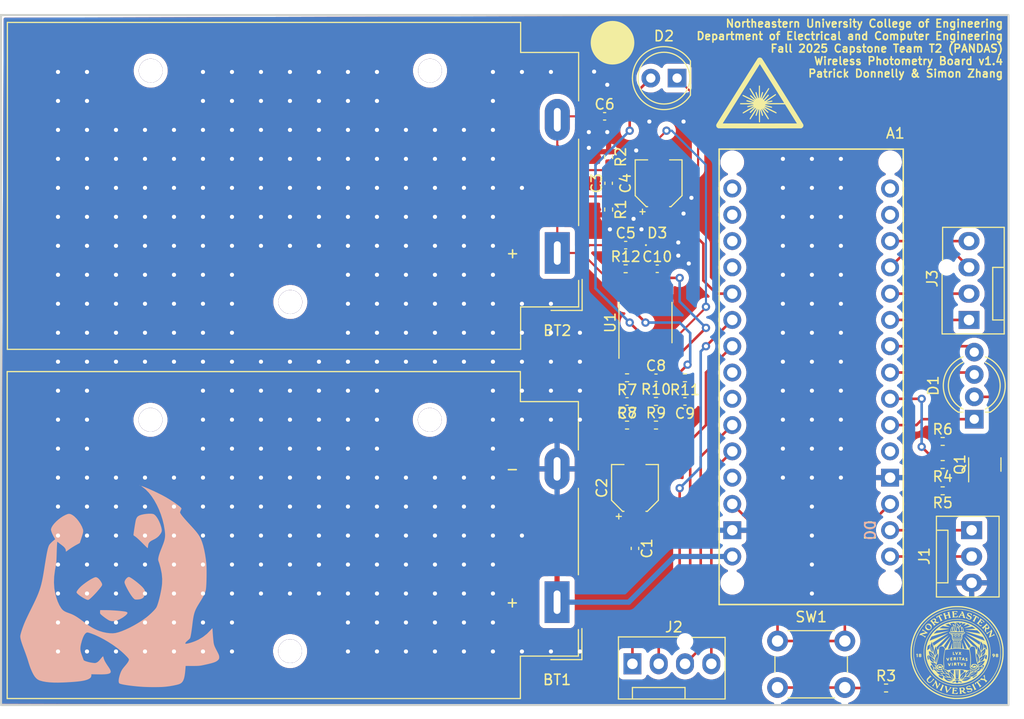
<source format=kicad_pcb>
(kicad_pcb (version 20241229) (generator "pcbnew") (generator_version "9.0")
  (layers (0 "F.Cu" signal) (2 "B.Cu" signal) (13 "F.Paste" user) (15 "B.Paste" user) (5 "F.SilkS" user "F.Silkscreen") (7 "B.SilkS" user "B.Silkscreen") (1 "F.Mask" user) (3 "B.Mask" user) (25 "Edge.Cuts" user))
  (net 0 "")
  (net 4 "Vout")
  (net 5 "Net-(J2-Pin_1)")
  (net 6 "Net-(J2-Pin_2)")
  (net 9 "Net-(J2-Pin_3)")
  (net 10 "Net-(J2-Pin_4)")
  (net 12 "Net-(A1-D0{slash}RX)")
  (net 13 "Net-(A1-D1{slash}TX)")
  (net 15 "Net-(D1-BA)")
  (net 16 "Net-(A1-PadD4)")
  (net 17 "Net-(D1-RA)")
  (net 18 "Net-(D1-GA)")
  (net 19 "Net-(J3-Pin_1)")
  (net 20 "Net-(J3-Pin_2)")
  (net 21 "Net-(J3-Pin_3)")
  (net 22 "Net-(J3-Pin_4)")
  (net 26 "GND")
  (net 27 "Net-(A1-RESET-PadRST1)")
  (net 28 "Net-(BT1-+)")
  (net 29 "V+")
  (net 30 "V-")
  (net 31 "Net-(D2-A)")
  (net 32 "Net-(C7-Pad2)")
  (net 33 "Net-(C8-Pad1)")
  (net 34 "Net-(C9-Pad1)")
  (net 35 "Net-(U1B--)")
  (net 36 "Net-(D1-K)")
  (net 37 "Net-(Q1-C)")
  (net 38 "Net-(Q1-E)")
  (net 39 "Net-(R11-Pad2)")
  (net 40 "Net-(R3-Pad1)")
  (footprint "Images:Laser Safety Sign" (layer "F.Cu") (at 176.53 69.088)
    (property "Reference" "G***" (hide yes))
    (property "Value" "LOGO" (hide yes))
  )
  (footprint "Connector:FanPinHeader_1x03_P2.54mm_Vertical" (layer "F.Cu") (at 196.984 111.371 -90)
    (property "Reference" "J1")
    (property "Value" "Conn_01x03_Pin")
  )
  (footprint "Package_TO_SOT_SMD:SOT-23" (layer "F.Cu") (at 198.254 105.021 90)
    (property "Reference" "Q1")
    (property "Value" "NPN")
  )
  (footprint "Capacitor_SMD:C_0402_1005Metric" (layer "F.Cu") (at 164.472 113.127 -90)
    (property "Reference" "C1")
    (property "Value" "100n")
  )
  (footprint "Resistor_SMD:R_0402_1005Metric" (layer "F.Cu") (at 161.932 80.383 -90)
    (property "Reference" "R1")
    (property "Value" "1M")
  )
  (footprint "LED_THT:LED_D5.0mm-4_RGB_Wide_Pins" (layer "F.Cu") (at 197.238 100.641 90)
    (property "Reference" "D1")
    (property "Value" "LED_RKGB")
  )
  (footprint "Capacitor_SMD:C_0402_1005Metric" (layer "F.Cu") (at 163.576 83.82)
    (property "Reference" "C5")
    (property "Value" "100n")
  )
  (footprint "Resistor_SMD:R_0402_1005Metric" (layer "F.Cu") (at 161.932 75.303 -90)
    (property "Reference" "R2")
    (property "Value" "1M")
  )
  (footprint "Capacitor_SMD:C_0402_1005Metric" (layer "F.Cu") (at 166.624 86.106)
    (property "Reference" "C10")
    (property "Value" "1u")
  )
  (footprint "Resistor_SMD:R_0402_1005Metric" (layer "F.Cu") (at 166.504 98.925)
    (property "Reference" "R10")
    (property "Value" "68k")
  )
  (footprint "Resistor_SMD:R_0402_1005Metric" (layer "F.Cu") (at 166.504 101.211)
    (property "Reference" "R9")
    (property "Value" "18k")
  )
  (footprint "Resistor_SMD:R_0402_1005Metric" (layer "F.Cu") (at 163.71 96.639 180)
    (property "Reference" "R7")
    (property "Value" "270k")
  )
  (footprint "LED_THT:LED_D5.0mm_FlatTop" (layer "F.Cu") (at 168.541 67.683 180)
    (property "Reference" "D2")
    (property "Value" "D_Photo")
  )
  (footprint "Images:Northeastern University Seal" (layer "F.Cu") (at 195.58 123.19)
    (property "Reference" "G***" (hide yes))
    (property "Value" "LOGO" (hide yes))
  )
  (footprint "Resistor_SMD:R_0402_1005Metric" (layer "F.Cu") (at 194.19 107.561 180)
    (property "Reference" "R5")
    (property "Value" "1M")
  )
  (footprint "Capacitor_SMD:CP_Elec_4x5.4" (layer "F.Cu") (at 166.758 77.843 90)
    (property "Reference" "C4")
    (property "Value" "10u")
  )
  (footprint "Resistor_SMD:R_0402_1005Metric" (layer "F.Cu") (at 169.298 96.639 180)
    (property "Reference" "R11")
    (property "Value" "27k")
  )
  (footprint "Button_Switch_THT:SW_PUSH_6mm" (layer "F.Cu") (at 178.24 122.075)
    (property "Reference" "SW1")
    (property "Value" "SW_Push_Dual")
  )
  (footprint "Resistor_SMD:R_0402_1005Metric" (layer "F.Cu") (at 163.71 101.211)
    (property "Reference" "R8")
    (property "Value" "18k")
  )
  (footprint "Resistor_SMD:R_0402_1005Metric" (layer "F.Cu") (at 163.576 86.106)
    (property "Reference" "R12")
    (property "Value" "10k")
  )
  (footprint "Connector:FanPinHeader_1x04_P2.54mm_Vertical" (layer "F.Cu") (at 164.228 124.279)
    (property "Reference" "J2")
    (property "Value" "Conn_01x04_Pin")
  )
  (footprint "Battery:BatteryHolder_MPD_BA9VPC_1xPP3" (layer "F.Cu") (at 156.95 118.323 180)
    (property "Reference" "BT1")
    (property "Value" "9V")
  )
  (footprint "Resistor_SMD:R_0402_1005Metric" (layer "F.Cu") (at 194.19 105.021 180)
    (property "Reference" "R4")
    (property "Value" "1M")
  )
  (footprint "Diode_SMD:D_0402_1005Metric" (layer "F.Cu") (at 166.624 83.82)
    (property "Reference" "D3")
    (property "Value" "3.3")
  )
  (footprint "Resistor_SMD:R_0402_1005Metric" (layer "F.Cu") (at 194.19 102.791)
    (property "Reference" "R6")
    (property "Value" "470")
  )
  (footprint "Capacitor_SMD:C_0402_1005Metric" (layer "F.Cu") (at 169.298 98.925 180)
    (property "Reference" "C9")
    (property "Value" "0.1u")
  )
  (footprint "Battery:BatteryHolder_MPD_BA9VPC_1xPP3" (layer "F.Cu") (at 156.972 84.582 180)
    (property "Reference" "BT2")
    (property "Value" "9V")
  )
  (footprint "Connector:FanPinHeader_1x04_P2.54mm_Vertical" (layer "F.Cu") (at 196.73 91.051 90)
    (property "Reference" "J3")
    (property "Value" "Conn_01x04_Pin")
  )
  (footprint "Capacitor_SMD:CP_Elec_4x5.4" (layer "F.Cu") (at 164.472 107.285 90)
    (property "Reference" "C2")
    (property "Value" "10u")
  )
  (footprint "Capacitor_SMD:C_0402_1005Metric" (layer "F.Cu") (at 163.71 98.925 180)
    (property "Reference" "C7")
    (property "Value" "0.01u")
  )
  (footprint "Resistor_SMD:R_0402_1005Metric" (layer "F.Cu") (at 188.722 126.617)
    (property "Reference" "R3")
    (property "Value" "10k")
  )
  (footprint "Package_SO:SOIC-8_3.9x4.9mm_P1.27mm" (layer "F.Cu") (at 165.488 91.305 90)
    (property "Reference" "U1")
    (property "Value" "TLV9062")
  )
  (footprint "PCM_arduino-library:Arduino_Nano_33_IoT_Socket" (layer "F.Cu") (at 181.49 74.541 180)
    (property "Reference" "A1")
    (property "Value" "Arduino_Nano_33_IoT_Socket")
  )
  (footprint "Capacitor_SMD:C_0402_1005Metric" (layer "F.Cu") (at 161.544 71.374)
    (property "Reference" "C6")
    (property "Value" "100n")
  )
  (footprint "Capacitor_SMD:C_0402_1005Metric" (layer "F.Cu") (at 166.504 96.639)
    (property "Reference" "C8")
    (property "Value" "1u")
  )
  (footprint "Capacitor_SMD:C_0402_1005Metric" (layer "F.Cu") (at 161.932 77.843 90)
    (property "Reference" "C3")
    (property "Value" "100n")
  )
  (footprint "LOGO" (layer "B.Cu") (at 115.1128 116.7384 180)
    (property "Reference" "G***" (hide yes))
    (property "Value" "LOGO" (hide yes))
  )
  (gr_circle (center 162.306 64.262) (end 164.338 64.262) (stroke (width 0.15)) (fill yes) (layer "F.SilkS"))
  (gr_rect (start 103.258 61.587) (end 200.54 128.262) (stroke (width 0.2)) (fill no) (layer "Edge.Cuts"))
  (gr_text "Northeastern University College of Engineering\nDepartment of Electrical and Computer Engineering\nFall 2025 Capstone Team T2 (PANDAS)\nWireless Photometry Board v1.4\nPatrick Donnelly & Simon Zhang" (at 200.1012 64.8208 0) (layer "F.SilkS") (effects (font (size 0.75 0.75) (thickness 0.15) (bold yes)) (justify right)))
  (segment (start 171.076 83.685) (end 171.076 87.241) (width 0.25) (layer "F.Cu") (net 4))
  (segment (start 171.076 87.241) (end 172.346 88.511) (width 0.25) (layer "F.Cu") (net 4))
  (segment (start 166.139 83.542) (end 167.52 82.161) (width 0.25) (layer "F.Cu") (net 4))
  (segment (start 163.896 86.106) (end 166.304 86.106) (width 0.25) (layer "F.Cu") (net 4))
  (segment (start 166.144 86.106) (end 166.144 83.825) (width 0.25) (layer "F.Cu") (net 4))
  (segment (start 166.139 83.82) (end 166.139 83.542) (width 0.25) (layer "F.Cu") (net 4))
  (segment (start 169.552 82.161) (end 171.076 83.685) (width 0.25) (layer "F.Cu") (net 4))
  (segment (start 172.346 88.511) (end 173.87 88.511) (width 0.25) (layer "F.Cu") (net 4))
  (segment (start 166.144 83.825) (end 166.139 83.82) (width 0.25) (layer "F.Cu") (net 4))
  (segment (start 167.52 82.161) (end 169.552 82.161) (width 0.25) (layer "F.Cu") (net 4))
  (segment (start 171.33 93.591) (end 173.87 91.051) (width 0.25) (layer "F.Cu") (net 5))
  (segment (start 168.79 107.307) (end 168.79 117.975) (width 0.25) (layer "F.Cu") (net 5))
  (segment (start 168.79 117.975) (end 164.228 122.537) (width 0.25) (layer "F.Cu") (net 5))
  (segment (start 164.228 122.537) (end 164.228 124.279) (width 0.25) (layer "F.Cu") (net 5))
  (via (at 171.33 93.591) (size 0.8) (drill 0.4) (layers "F.Cu" "B.Cu") (net 5))
  (via (at 168.79 107.307) (size 0.8) (drill 0.4) (layers "F.Cu" "B.Cu") (net 5))
  (segment (start 170.822 105.275) (end 170.822 94.099) (width 0.25) (layer "B.Cu") (net 5))
  (segment (start 168.79 107.307) (end 170.822 105.275) (width 0.25) (layer "B.Cu") (net 5))
  (segment (start 170.822 94.099) (end 171.33 93.591) (width 0.25) (layer "B.Cu") (net 5))
  (segment (start 166.768 122.537) (end 166.768 124.279) (width 0.25) (layer "F.Cu") (net 6))
  (segment (start 173.87 93.591) (end 171.33 96.131) (width 0.25) (layer "F.Cu") (net 6))
  (segment (start 169.806 102.735) (end 169.806 119.499) (width 0.25) (layer "F.Cu") (net 6))
  (segment (start 169.806 119.499) (end 166.768 122.537) (width 0.25) (layer "F.Cu") (net 6))
  (segment (start 171.33 101.211) (end 169.806 102.735) (width 0.25) (layer "F.Cu") (net 6))
  (segment (start 171.33 96.131) (end 171.33 101.211) (width 0.25) (layer "F.Cu") (net 6))
  (segment (start 170.822 122.765) (end 169.308 124.279) (width 0.25) (layer "F.Cu") (net 9))
  (segment (start 173.87 101.211) (end 170.822 104.259) (width 0.25) (layer "F.Cu") (net 9))
  (segment (start 170.822 104.259) (end 170.822 122.765) (width 0.25) (layer "F.Cu") (net 9))
  (segment (start 171.848 105.773) (end 173.87 103.751) (width 0.25) (layer "F.Cu") (net 10))
  (segment (start 171.848 124.279) (end 171.848 105.773) (width 0.25) (layer "F.Cu") (net 10))
  (segment (start 196.984 111.371) (end 189.11 111.371) (width 0.25) (layer "F.Cu") (net 12))
  (segment (start 189.11 113.911) (end 196.984 113.911) (width 0.25) (layer "F.Cu") (net 13))
  (segment (start 197.238 94.164) (end 196.665 93.591) (width 0.25) (layer "F.Cu") (net 15))
  (segment (start 196.665 93.591) (end 189.11 93.591) (width 0.25) (layer "F.Cu") (net 15))
  (segment (start 192.158 103.309) (end 193.87 105.021) (width 0.25) (layer "F.Cu") (net 16))
  (segment (start 192.158 98.671) (end 189.11 98.671) (width 0.25) (layer "F.Cu") (net 16))
  (via (at 192.158 103.309) (size 0.8) (drill 0.4) (layers "F.Cu" "B.Cu") (net 16))
  (via (at 192.158 98.671) (size 0.8) (drill 0.4) (layers "F.Cu" "B.Cu") (net 16))
  (segment (start 192.158 98.671) (end 192.158 103.309) (width 0.25) (layer "B.Cu") (net 16))
  (segment (start 197.238 100.641) (end 192.22 100.641) (width 0.25) (layer "F.Cu") (net 17))
  (segment (start 191.65 101.211) (end 189.11 101.211) (width 0.25) (layer "F.Cu") (net 17))
  (segment (start 192.22 100.641) (end 191.65 101.211) (width 0.25) (layer "F.Cu") (net 17))
  (segment (start 197.238 96.323) (end 197.046 96.131) (width 0.25) (layer "F.Cu") (net 18))
  (segment (start 197.046 96.131) (end 189.11 96.131) (width 0.25) (layer "F.Cu") (net 18))
  (segment (start 189.11 91.051) (end 196.73 91.051) (width 0.25) (layer "F.Cu") (net 19))
  (segment (start 189.11 88.511) (end 196.73 88.511) (width 0.25) (layer "F.Cu") (net 20))
  (segment (start 195.46 84.701) (end 196.73 85.971) (width 0.25) (layer "F.Cu") (net 21))
  (segment (start 190.38 84.701) (end 195.46 84.701) (width 0.25) (layer "F.Cu") (net 21))
  (segment (start 189.11 85.971) (end 190.38 84.701) (width 0.25) (layer "F.Cu") (net 21))
  (segment (start 189.11 83.431) (end 196.73 83.431) (width 0.25) (layer "F.Cu") (net 22))
  (segment (start 166.123 95.2805) (end 166.123 93.78) (width 0.25) (layer "F.Cu") (net 26))
  (segment (start 166.824 96.639) (end 166.824 95.9815) (width 0.25) (layer "F.Cu") (net 26))
  (segment (start 166.944 86.106) (end 166.944 83.82) (width 0.25) (layer "F.Cu") (net 26))
  (segment (start 164.056 83.017) (end 164.056 83.82) (width 0.25) (layer "F.Cu") (net 26))
  (segment (start 166.824 95.9815) (end 166.123 95.2805) (width 0.25) (layer "F.Cu") (net 26))
  (segment (start 161.932 80.893) (end 164.056 83.017) (width 0.25) (layer "F.Cu") (net 26))
  (via (at 128.358 69.887) (size 0.8) (drill 0.4) (layers "F.Cu" "B.Cu") (net 26))
  (via (at 145.158 89.487) (size 0.8) (drill 0.4) (layers "F.Cu" "B.Cu") (net 26))
  (via (at 111.558 97.887) (size 0.8) (drill 0.4) (layers "F.Cu" "B.Cu") (net 26))
  (via (at 133.958 109.087) (size 0.8) (drill 0.4) (layers "F.Cu" "B.Cu") (net 26))
  (via (at 136.758 106.287) (size 0.8) (drill 0.4) (layers "F.Cu" "B.Cu") (net 26))
  (via (at 133.958 103.487) (size 0.8) (drill 0.4) (layers "F.Cu" "B.Cu") (net 26))
  (via (at 114.358 109.087) (size 0.8) (drill 0.4) (layers "F.Cu" "B.Cu") (net 26))
  (via (at 136.758 120.287) (size 0.8) (drill 0.4) (layers "F.Cu" "B.Cu") (net 26))
  (via (at 150.758 86.687) (size 0.8) (drill 0.4) (layers "F.Cu" "B.Cu") (net 26))
  (via (at 128.358 67.087) (size 0.8) (drill 0.4) (layers "F.Cu" "B.Cu") (net 26))
  (via (at 131.158 95.087) (size 0.8) (drill 0.4) (layers "F.Cu" "B.Cu") (net 26))
  (via (at 125.558 69.887) (size 0.8) (drill 0.4) (layers "F.Cu" "B.Cu") (net 26))
  (via (at 142.358 83.887) (size 0.8) (drill 0.4) (layers "F.Cu" "B.Cu") (net 26))
  (via (at 108.758 117.487) (size 0.8) (drill 0.4) (layers "F.Cu" "B.Cu") (net 26))
  (via (at 119.958 111.887) (size 0.8) (drill 0.4) (layers "F.Cu" "B.Cu") (net 26))
  (via (at 119.958 72.687) (size 0.8) (drill 0.4) (layers "F.Cu" "B.Cu") (net 26))
  (via (at 128.358 75.487) (size 0.8) (drill 0.4) (layers "F.Cu" "B.Cu") (net 26))
  (via (at 142.358 106.287) (size 0.8) (drill 0.4) (layers "F.Cu" "B.Cu") (net 26))
  (via (at 136.758 78.287) (size 0.8) (drill 0.4) (layers "F.Cu" "B.Cu") (net 26))
  (via (at 128.358 111.887) (size 0.8) (drill 0.4) (layers "F.Cu" "B.Cu") (net 26))
  (via (at 181.558 75.487) (size 0.8) (drill 0.4) (layers "F.Cu" "B.Cu") (net 26))
  (via (at 184.358 97.887) (size 0.8) (drill 0.4) (layers "F.Cu" "B.Cu") (net 26))
  (via (at 122.758 103.487) (size 0.8) (drill 0.4) (layers "F.Cu" "B.Cu") (net 26))
  (via (at 131.158 100.687) (size 0.8) (drill 0.4) (layers "F.Cu" "B.Cu") (net 26))
  (via (at 178.758 75.487) (size 0.8) (drill 0.4) (layers "F.Cu" "B.Cu") (net 26))
  (via (at 122.758 78.287) (size 0.8) (drill 0.4) (layers "F.Cu" "B.Cu") (net 26))
  (via (at 133.958 78.287) (size 0.8) (drill 0.4) (layers "F.Cu" "B.Cu") (net 26))
  (via (at 181.558 97.887) (size 0.8) (drill 0.4) (layers "F.Cu" "B.Cu") (net 26))
  (via (at 181.558 83.887) (size 0.8) (drill 0.4) (layers "F.Cu" "B.Cu") (net 26))
  (via (at 117.158 92.287) (size 0.8) (drill 0.4) (layers "F.Cu" "B.Cu") (net 26))
  (via (at 147.958 81.087) (size 0.8) (drill 0.4) (layers "F.Cu" "B.Cu") (net 26))
  (via (at 114.358 72.687) (size 0.8) (drill 0.4) (layers "F.Cu" "B.Cu") (net 26))
  (via (at 108.758 69.887) (size 0.8) (drill 0.4) (layers "F.Cu" "B.Cu") (net 26))
  (via (at 114.358 78.287) (size 0.8) (drill 0.4) (layers "F.Cu" "B.Cu") (net 26))
  (via (at 150.758 103.487) (size 0.8) (drill 0.4) (layers "F.Cu" "B.Cu") (net 26))
  (via (at 147.958 114.687) (size 0.8) (drill 0.4) (layers "F.Cu" "B.Cu") (net 26))
  (via (at 181.558 95.087) (size 0.8) (drill 0.4) (layers "F.Cu" "B.Cu") (net 26))
  (via (at 117.158 81.087) (size 0.8) (drill 0.4) (layers "F.Cu" "B.Cu") (net 26))
  (via (at 128.358 81.087) (size 0.8) (drill 0.4) (layers "F.Cu" "B.Cu") (net 26))
  (via (at 117.158 75.487) (size 0.8) (drill 0.4) (layers "F.Cu" "B.Cu") (net 26))
  (via (at 111.558 114.687) (size 0.8) (drill 0.4) (layers "F.Cu" "B.Cu") (net 26))
  (via (at 139.558 120.287) (size 0.8) (drill 0.4) (layers "F.Cu" "B.Cu") (net 26))
  (via (at 119.958 114.687) (size 0.8) (drill 0.4) (layers "F.Cu" "B.Cu") (net 26))
  (via (at 139.558 103.487) (size 0.8) (drill 0.4) (layers "F.Cu" "B.Cu") (net 26))
  (via (at 178.758 100.687) (size 0.8) (drill 0.4) (layers "F.Cu" "B.Cu") (net 26))
  (via (at 133.958 95.087) (size 0.8) (drill 0.4) (layers "F.Cu" "B.Cu") (net 26))
  (via (at 147.958 123.087) (size 0.8) (drill 0.4) (layers "F.Cu" "B.Cu") (net 26))
  (via (at 114.358 123.087) (size 0.8) (drill 0.4) (layers "F.Cu" "B.Cu") (net 26))
  (via (at 122.758 72.687) (size 0.8) (drill 0.4) (layers "F.Cu" "B.Cu") (net 26))
  (via (at 142.358 117.487) (size 0.8) (drill 0.4) (layers "F.Cu" "B.Cu") (net 26))
  (via (at 162.052 82.296) (size 0.8) (drill 0.4) (layers "F.Cu" "B.Cu") (net 26))
  (via (at 125.558 103.487) (size 0.8) (drill 0.4) (layers "F.Cu" "B.Cu") (net 26))
  (via (at 128.358 95.087) (size 0.8) (drill 0.4) (layers "F.Cu" "B.Cu") (net 26))
  (via (at 117.158 111.887) (size 0.8) (drill 0.4) (layers "F.Cu" "B.Cu") (net 26))
  (via (at 114.358 86.687) (size 0.8) (drill 0.4) (layers "F.Cu" "B.Cu") (net 26))
  (via (at 153.558 67.087) (size 0.8) (drill 0.4) (layers "F.Cu" "B.Cu") (net 26))
  (via (at 161.798 68.326) (size 0.8) (drill 0.4) (layers "F.Cu" "B.Cu") (net 26))
  (via (at 131.158 83.887) (size 0.8) (drill 0.4) (layers "F.Cu" "B.Cu") (net 26))
  (via (at 147.958 106.287) (size 0.8) (drill 0.4) (layers "F.Cu" "B.Cu") (net 26))
  (via (at 178.758 97.887) (size 0.8) (drill 0.4) (layers "F.Cu" "B.Cu") (net 26))
  (via (at 160.02 74.422) (size 0.8) (drill 0.4) (layers "F.Cu" "B.Cu") (net 26))
  (via (at 131.158 97.887) (size 0.8) (drill 0.4) (layers "F.Cu" "B.Cu") (net 26))
  (via (at 111.558 81.087) (size 0.8) (drill 0.4) (layers "F.Cu" "B.Cu") (net 26))
  (via (at 108.758 114.687) (size 0.8) (drill 0.4) (layers "F.Cu" "B.Cu") (net 26))
  (via (at 145.158 114.687) (size 0.8) (drill 0.4) (layers "F.Cu" "B.Cu") (net 26))
  (via (at 169.672 85.598) (size 0.8) (drill 0.4) (layers "F.Cu" "B.Cu") (net 26))
  (via (at 128.358 83.887) (size 0.8) (drill 0.4) (layers "F.Cu" "B.Cu") (net 26))
  (via (at 181.558 92.287) (size 0.8) (drill 0.4) (layers "F.Cu" "B.Cu") (net 26))
  (via (at 136.758 97.887) (size 0.8) (drill 0.4) (layers "F.Cu" "B.Cu") (net 26))
  (via (at 111.558 69.887) (size 0.8) (drill 0.4) (layers "F.Cu" "B.Cu") (net 26))
  (via (at 122.758 83.887) (size 0.8) (drill 0.4) (layers "F.Cu" "B.Cu") (net 26))
  (via (at 150.758 69.887) (size 0.8) (drill 0.4) (layers "F.Cu" "B.Cu") (net 26))
  (via (at 181.558 111.887) (size 0.8) (drill 0.4) (layers "F.Cu" "B.Cu") (net 26))
  (via (at 133.958 75.487) (size 0.8) (drill 0.4) (layers "F.Cu" "B.Cu") (net 26))
  (via (at 133.958 97.887) (size 0.8) (drill 0.4) (layers "F.Cu" "B.Cu") (net 26))
  (via (at 139.558 114.687) (size 0.8) (drill 0.4) (layers "F.Cu" "B.Cu") (net 26))
  (via (at 165.1 82.296) (size 0.8) (drill 0.4) (layers "F.Cu" "B.Cu") (net 26))
  (via (at 128.358 100.687) (size 0.8) (drill 0.4) (layers "F.Cu" "B.Cu") (net 26))
  (via (at 161.798 72.898) (size 0.8) (drill 0.4) (layers "F.Cu" "B.Cu") (net 26))
  (via (at 139.558 86.687) (size 0.8) (drill 0.4) (layers "F.Cu" "B.Cu") (net 26))
  (via (at 150.758 92.287) (size 0.8) (drill 0.4) (layers "F.Cu" "B.Cu") (net 26))
  (via (at 136.758 114.687) (size 0.8) (drill 0.4) (layers "F.Cu" "B.Cu") (net 26))
  (via (at 108.758 111.887) (size 0.8) (drill 0.4) (layers "F.Cu" "B.Cu") (net 26))
  (via (at 169.164 71.882) (size 0.8) (drill 0.4) (layers "F.Cu" "B.Cu") (net 26))
  (via (at 131.158 103.487) (size 0.8) (drill 0.4) (layers "F.Cu" "B.Cu") (net 26))
  (via (at 128.358 103.487) (size 0.8) (drill 0.4) (layers "F.Cu" "B.Cu") (net 26))
  (via (at 117.158 72.687) (size 0.8) (drill 0.4) (layers "F.Cu" "B.Cu") (net 26))
  (via (at 139.558 78.287) (size 0.8) (drill 0.4) (layers "F.Cu" "B.Cu") (net 26))
  (via (at 156.358 89.487) (size 0.8) (drill 0.4) (layers "F.Cu" "B.Cu") (net 26))
  (via (at 136.758 83.887) (size 0.8) (drill 0.4) (layers "F.Cu" "B.Cu") (net 26))
  (via (at 122.758 69.887) (size 0.8) (drill 0.4) (layers "F.Cu" "B.Cu") (net 26))
  (via (at 119.958 83.887) (size 0.8) (drill 0.4) (layers "F.Cu" "B.Cu") (net 26))
  (via (at 139.558 97.887) (size 0.8) (drill 0.4) (layers "F.Cu" "B.Cu") (net 26))
  (via (at 122.758 100.687) (size 0.8) (drill 0.4) (layers "F.Cu" "B.Cu") (net 26))
  (via (at 139.558 89.487) (size 0.8) (drill 0.4) (layers "F.Cu" "B.Cu") (net 26))
  (via (at 108.758 83.887) (size 0.8) (drill 0.4) (layers "F.Cu" "B.Cu") (net 26))
  (via (at 111.558 89.487) (size 0.8) (drill 0.4) (layers "F.Cu" "B.Cu") (net 26))
  (via (at 164.592 74.676) (size 0.8) (drill 0.4) (layers "F.Cu" "B.Cu") (net 26))
  (via (at 184.358 100.687) (size 0.8) (drill 0.4) (layers "F.Cu" "B.Cu") (net 26))
  (via (at 139.558 81.087) (size 0.8) (drill 0.4) (layers "F.Cu" "B.Cu") (net 26))
  (via (at 128.358 106.287) (size 0.8) (drill 0.4) (layers "F.Cu" "B.Cu") (net 26))
  (via (at 142.358 75.487) (size 0.8) (drill 0.4) (layers "F.Cu" "B.Cu") (net 26))
  (via (at 117.158 95.087) (size 0.8) (drill 0.4) (layers "F.Cu" "B.Cu") (net 26))
  (via (at 136.758 72.687) (size 0.8) (drill 0.4) (layers "F.Cu" "B.Cu") (net 26))
  (via (at 122.758 109.087) (size 0.8) (drill 0.4) (layers "F.Cu" "B.Cu") (net 26))
  (via (at 168.656 83.566) (size 0.8) (drill 0.4) (layers "F.Cu" "B.Cu") (net 26))
  (via (at 122.758 92.287) (size 0.8) (drill 0.4) (layers "F.Cu" "B.Cu") (net 26))
  (via (at 145.158 120.287) (size 0.8) (drill 0.4) (layers "F.Cu" "B.Cu") (net 26))
  (via (at 125.558 67.087) (size 0.8) (drill 0.4) (layers "F.Cu" "B.Cu") (net 26))
  (via (at 108.758 106.287) (size 0.8) (drill 0.4) (layers "F.Cu" "B.Cu") (net 26))
  (via (at 159.158 123.087) (size 0.8) (drill 0.4) (layers "F.Cu" "B.Cu") (net 26))
  (via (at 184.358 89.487) (size 0.8) (drill 0.4) (layers "F.Cu" "B.Cu") (net 26))
  (via (at 159.158 100.687) (size 0.8) (drill 0.4) (layers "F.Cu" "B.Cu") (net 26))
  (via (at 136.758 103.487) (size 0.8) (drill 0.4) (layers "F.Cu" "B.Cu") (net 26))
  (via (at 178.758 83.887) (size 0.8) (drill 0.4) (layers "F.Cu" "B.Cu") (net 26))
  (via (at 133.958 67.087) (size 0.8) (drill 0.4) (layers "F.Cu" "B.Cu") (net 26))
  (via (at 147.958 111.887) (size 0.8) (drill 0.4) (layers "F.Cu" "B.Cu") (net 26))
  (via (at 178.758 89.487) (size 0.8) (drill 0.4) (layers "F.Cu" "B.Cu") (net 26))
  (via (at 122.758 86.687) (size 0.8) (drill 0.4) (layers "F.Cu" "B.Cu") (net 26))
  (via (at 181.558 109.087) (size 0.8) (drill 0.4) (layers "F.Cu" "B.Cu") (net 26))
  (via (at 108.758 123.087) (size 0.8) (drill 0.4) (layers "F.Cu" "B.Cu") (net 26))
  (via (at 125.558 100.687) (size 0.8) (drill 0.4) (layers "F.Cu" "B.Cu") (net 26))
  (via (at 119.958 106.287) (size 0.8) (drill 0.4) (layers "F.Cu" "B.Cu") (net 26))
  (via (at 108.758 97.887) (size 0.8) (drill 0.4) (layers "F.Cu" "B.Cu") (net 26))
  (via (at 131.158 111.887) (size 0.8) (drill 0.4) (layers "F.Cu" "B.Cu") (net 26))
  (via (at 125.558 92.287) (size 0.8) (drill 0.4) (layers "F.Cu" "B.Cu") (net 26))
  (via (at 108.758 89.487) (size 0.8) (drill 0.4) (layers "F.Cu" "B.Cu") (net 26))
  (via (at 147.958 120.287) (size 0.8) (drill 0.4) (layers "F.Cu" "B.Cu") (net 26))
  (via (at 150.758 123.087) (size 0.8) (drill 0.4) (layers "F.Cu" "B.Cu") (net 26))
  (via (at 122.758 95.087) (size 0.8) (drill 0.4) (layers "F.Cu" "B.Cu") (net 26))
  (via (at 111.558 109.087) (size 0.8) (drill 0.4) (layers "F.Cu" "B.Cu") (net 26))
  (via (at 145.158 117.487) (size 0.8) (drill 0.4) (layers "F.Cu" "B.Cu") (net 26))
  (via (at 139.558 109.087) (size 0.8) (drill 0.4) (layers "F.Cu" "B.Cu") (net 26))
  (via (at 111.558 83.887) (size 0.8) (drill 0.4) (layers "F.Cu" "B.Cu") (net 26))
  (via (at 156.358 92.287) (size 0.8) (drill 0.4) (layers "F.Cu" "B.Cu") (net 26))
  (via (at 122.758 81.087) (size 0.8) (drill 0.4) (layers "F.Cu" "B.Cu") (net 26))
  (via (at 184.358 92.287) (size 0.8) (drill 0.4) (layers "F.Cu" "B.Cu") (net 26))
  (via (at 150.758 97.887) (size 0.8) (drill 0.4) (layers "F.Cu" "B.Cu") (net 26))
  (via (at 142.358 72.687) (size 0.8) (drill 0.4) (layers "F.Cu" "B.Cu") (net 26))
  (via (at 108.758 67.087) (size 0.8) (drill 0.4) (layers "F.Cu" "B.Cu") (net 26))
  (via (at 150.758 109.087) (size 0.8) (drill 0.4) (layers "F.Cu" "B.Cu") (net 26))
  (via (at 178.758 86.687) (size 0.8) (drill 0.4) (layers "F.Cu" "B.Cu") (net 26))
  (via (at 184.358 75.487) (size 0.8) (drill 0.4) (layers "F.Cu" "B.Cu") (net 26))
  (via (at 114.358 106.287) (size 0.8) (drill 0.4) (layers "F.Cu" "B.Cu") (net 26))
  (via (at 117.158 89.487) (size 0.8) (drill 0.4) (layers "F.Cu" "B.Cu") (net 26))
  (via (at 117.158 114.687) (size 0.8) (drill 0.4) (layers "F.Cu" "B.Cu") (net 26))
  (via (at 150.758 117.487) (size 0.8) (drill 0.4) (layers "F.Cu" "B.Cu") (net 26))
  (via (at 145.158 92.287) (size 0.8) (drill 0.4) (layers "F.Cu" "B.Cu") (net 26))
  (via (at 119.958 89.487) (size 0.8) (drill 0.4) (layers "F.Cu" "B.Cu") (net 26))
  (via (at 122.758 117.487) (size 0.8) (drill 0.4) (layers "F.Cu" "B.Cu") (net 26))
  (via (at 131.158 72.687) (size 0.8) (drill 0.4) (layers "F.Cu" "B.Cu") (net 26))
  (via (at 142.358 78.287) (size 0.8) (drill 0.4) (layers "F.Cu" "B.Cu") (net 26))
  (via (at 111.558 103.487) (size 0.8) (drill 0.4) (layers "F.Cu" "B.Cu") (net 26))
  (via (at 119.958 109.087) (size 0.8) (drill 0.4) (layers "F.Cu" "B.Cu") (net 26))
  (via (at 131.158 109.087) (size 0.8) (drill 0.4) (layers "F.Cu" "B.Cu") (net 26))
  (via (at 178.758 78.287) (size 0.8) (drill 0.4) (layers "F.Cu" "B.Cu") (net 26))
  (via (at 178.758 95.087) (size 0.8) (drill 0.4) (layers "F.Cu" "B.Cu") (net 26))
  (via (at 125.558 89.487) (size 0.8) (drill 0.4) (layers "F.Cu" "B.Cu") (net 26))
  (via (at 181.558 106.287) (size 0.8) (drill 0.4) (layers "F.Cu" "B.Cu") (net 26))
  (via (at 145.158 95.087) (size 0.8) (drill 0.4) (layers "F.Cu" "B.Cu") (net 26))
  (via (at 184.358 83.887) (size 0.8) (drill 0.4) (layers "F.Cu" "B.Cu") (net 26))
  (via (at 139.558 67.087) (size 0.8) (drill 0.4) (layers "F.Cu" "B.Cu") (net 26))
  (via (at 122.758 67.087) (size 0.8) (drill 0.4) (layers "F.Cu" "B.Cu") (net 26))
  (via (at 145.158 86.687) (size 0.8) (drill 0.4) (layers "F.Cu" "B.Cu") (net 26))
  (via (at 156.358 95.087) (size 0.8) (drill 0.4) (layers "F.Cu" "B.Cu") (net 26))
  (via (at 156.358 100.687) (size 0.8) (drill 0.4) (layers "F.Cu" "B.Cu") (net 26))
  (via (at 131.158 69.887) (size 0.8) (drill 0.4) (layers "F.Cu" "B.Cu") (net 26))
  (via (at 139.558 69.887) (size 0.8) (drill 0.4) (layers "F.Cu" "B.Cu") (net 26))
  (via (at 119.958 78.287) (size 0.8) (drill 0.4) (layers "F.Cu" "B.Cu") (net 26))
  (via (at 133.958 111.887) (size 0.8) (drill 0.4) (layers "F.Cu" "B.Cu") (net 26))
  (via (at 117.158 78.287) (size 0.8) (drill 0.4) (layers "F.Cu" "B.Cu") (net 26))
  (via (at 145.158 123.087) (size 0.8) (drill 0.4) (layers "F.Cu" "B.Cu") (net 26))
  (via (at 122.758 123.087) (size 0.8) (drill 0.4) (layers "F.Cu" "B.Cu") (net 26))
  (via (at 181.558 103.487) (size 0.8) (drill 0.4) (layers "F.Cu" "B.Cu") (net 26))
  (via (at 153.558 111.887) (size 0.8) (drill 0.4) (layers "F.Cu" "B.Cu") (net 26))
  (via (at 169.926 79.248) (size 0.8) (drill 0.4) (layers "F.Cu" "B.Cu") (net 26))
  (via (at 133.958 69.887) (size 0.8) (drill 0.4) (layers "F.Cu" "B.Cu") (net 26))
  (via (at 114.358 89.487) (size 0.8) (drill 0.4) (layers "F.Cu" "B.Cu") (net 26))
  (via (at 139.558 83.887) (size 0.8) (drill 0.4) (layers "F.Cu" "B.Cu") (net 26))
  (via (at 142.358 92.287) (size 0.8) (drill 0.4) (layers "F.Cu" "B.Cu") (net 26))
  (via (at 136.758 117.487) (size 0.8) (drill 0.4) (layers "F.Cu" "B.Cu") (net 26))
  (via (at 128.358 117.487) (size 0.8) (drill 0.4) (layers "F.Cu" "B.Cu") (net 26))
  (via (at 139.558 106.287) (size 0.8) (drill 0.4) (layers "F.Cu" "B.Cu") (net 26))
  (via (at 142.358 81.087) (size 0.8) (drill 0.4) (layers "F.Cu" "B.Cu") (net 26))
  (via (at 125.558 97.887) (size 0.8) (drill 0.4) (layers "F.Cu" "B.Cu") (net 26))
  (via (at 111.558 75.487) (size 0.8) (drill 0.4) (layers "F.Cu" "B.Cu") (net 26))
  (via (at 142.358 114.687) (size 0.8) (drill 0.4) (layers "F.Cu" "B.Cu") (net 26))
  (via (at 150.758 72.687) (size 0.8) (drill 0.4) (layers "F.Cu" "B.Cu") (net 26))
  (via (at 150.758 89.487) (size 0.8) (drill 0.4) (layers "F.Cu" "B.Cu") (net 26))
  (via (at 122.758 120.287) (size 0.8) (drill 0.4) (layers "F.Cu" "B.Cu") (net 26))
  (via (at 184.358 95.087) (size 0.8) (drill 0.4) (layers "F.Cu" "B.Cu") (net 26))
  (via (at 131.158 81.087) (size 0.8) (drill 0.4) (layers "F.Cu" "B.Cu") (net 26))
  (via (at 150.758 95.087) (size 0.8) (drill 0.4) (layers "F.Cu" "B.Cu") (net 26))
  (via (at 136.758 86.687) (size 0.8) (drill 0.4) (layers "F.Cu" "B.Cu") (net 26))
  (via (at 133.958 117.487) (size 0.8) (drill 0.4) (layers "F.Cu" "B.Cu") (net 26))
  (via (at 150.758 120.287) (size 0.8) (drill 0.4) (layers "F.Cu" "B.Cu") (net 26))
  (via (at 111.558 117.487) (size 0.8) (drill 0.4) (layers "F.Cu" "B.Cu") (net 26))
  (via (at 139.558 92.287) (size 0.8) (drill 0.4) (layers "F.Cu" "B.Cu") (net 26))
  (via (at 131.158 117.487) (size 0.8) (drill 0.4) (layers "F.Cu" "B.Cu") (net 26))
  (via (at 111.558 100.687) (size 0.8) (drill 0.4) (layers "F.Cu" "B.Cu") (net 26))
  (via (at 111.558 95.087) (size 0.8) (drill 0.4) (layers "F.Cu" "B.Cu") (net 26))
  (via (at 117.158 117.487) (size 0.8) (drill 0.4) (layers "F.Cu" "B.Cu") (net 26))
  (via (at 181.558 100.687) (size 0.8) (drill 0.4) (layers "F.Cu" "B.Cu") (net 26))
  (via (at 181.558 86.687) (size 0.8) (drill 0.4) (layers "F.Cu" "B.Cu") (net 26))
  (via (at 147.958 92.287) (size 0.8) (drill 0.4) (layers "F.Cu" "B.Cu") (net 26))
  (via (at 108.758 120.287) (size 0.8) (drill 0.4) (layers "F.Cu" "B.Cu") (net 26))
  (via (at 119.958 95.087) (size 0.8) (drill 0.4) (layers "F.Cu" "B.Cu") (net 26))
  (via (at 150.758 100.687) (size 0.8) (drill 0.4) (layers "F.Cu" "B.Cu") (net 26))
  (via (at 114.358 114.687) (size 0.8) (drill 0.4) (layers "F.Cu" "B.Cu") (net 26))
  (via (at 117.158 120.287) (size 0.8) (drill 0.4) (layers "F.Cu" "B.Cu") (net 26))
  (via (at 131.158 114.687) (size 0.8) (drill 0.4) (layers "F.Cu" "B.Cu") (net 26))
  (via (at 122.758 75.487) (size 0.8) (drill 0.4) (layers "F.Cu" "B.Cu") (net 26))
  (via (at 139.558 111.887) (size 0.8) (drill 0.4) (layers "F.Cu" "B.Cu") (net 26))
  (via (at 136.758 81.087) (size 0.8) (drill 0.4) (layers "F.Cu" "B.Cu") (net 26))
  (via (at 150.758 67.087) (size 0.8) (drill 0.4) (layers "F.Cu" "B.Cu") (net 26))
  (via (at 136.758 75.487) (size 0.8) (drill 0.4) (layers "F.Cu" "B.Cu") (net 26))
  (via (at 147.958 83.887) (size 0.8) (drill 0.4) (layers "F.Cu" "B.Cu") (net 26))
  (via (at 145.158 81.087) (size 0.8) (drill 0.4) (layers "F.Cu" "B.Cu") (net 26))
  (via (at 145.158 72.687) (size 0.8) (drill 0.4) (layers "F.Cu" "B.Cu") (net 26))
  (via (at 108.758 78.287) (size 0.8) (drill 0.4) (layers "F.Cu" "B.Cu") (net 26))
  (via (at 108.758 103.487) (size 0.8) (drill 0.4) (layers "F.Cu" "B.Cu") (net 26))
  (via (at 108.758 100.687) (size 0.8) (drill 0.4) (layers "F.Cu" "B.Cu") (net 26))
  (via (at 133.958 81.087) (size 0.8) (drill 0.4) (layers "F.Cu" "B.Cu") (net 26))
  (via (at 108.758 95.087) (size 0.8) (drill 0.4) (layers "F.Cu" "B.Cu") (net 26))
  (via (at 142.358 123.087) (size 0.8) (drill 0.4) (layers "F.Cu" "B.Cu") (net 26))
  (via (at 125.558 120.287) (size 0.8) (drill 0.4) (layers "F.Cu" "B.Cu") (net 26))
  (via (at 111.558 92.287) (size 0.8) (drill 0.4) (layers "F.Cu" "B.Cu") (net 26))
  (via (at 147.958 72.687) (size 0.8) (drill 0.4) (layers "F.Cu" "B.Cu") (net 26))
  (via (at 117.158 83.887) (size 0.8) (drill 0.4) (layers "F.Cu" "B.Cu") (net 26))
  (via (at 108.758 92.287) (size 0.8) (drill 0.4) (layers "F.Cu" "B.Cu") (net 26))
  (via (at 156.358 67.087) (size 0.8) (drill 0.4) (layers "F.Cu" "B.Cu") (net 26))
  (via (at 128.358 114.687) (size 0.8) (drill 0.4) (layers "F.Cu" "B.Cu") (net 26))
  (via (at 117.158 109.087) (size 0.8) (drill 0.4) (layers "F.Cu" "B.Cu") (net 26))
  (via (at 178.758 106.287) (size 0.8) (drill 0.4) (layers "F.Cu" "B.Cu") (net 26))
  (via (at 159.158 97.887) (size 0.8) (drill 0.4) (layers "F.Cu" "B.Cu") (net 26))
  (via (at 184.358 103.487) (size 0.8) (drill 0.4) (layers "F.Cu" "B.Cu") (net 26))
  (via (at 147.958 89.487) (size 0.8) (drill 0.4) (layers "F.Cu" "B.Cu") (net 26))
  (via (at 122.758 97.887) (size 0.8) (drill 0.4) (layers "F.Cu" "B.Cu") (net 26))
  (via (at 108.758 75.487) (size 0.8) (drill 0.4) (layers "F.Cu" "B.Cu") (net 26))
  (via (at 125.558 114.687) (size 0.8) (drill 0.4) (layers "F.Cu" "B.Cu") (net 26))
  (via (at 125.558 106.287) (size 0.8) (drill 0.4) (layers "F.Cu" "B.Cu") (net 26))
  (via (at 150.758 81.087) (size 0.8) (drill 0.4) (layers "F.Cu" "B.Cu") (net 26))
  (via (at 147.958 86.687) (size 0.8) (drill 0.4) (layers "F.Cu" "B.Cu") (net 26))
  (via (at 131.158 67.087) (size 0.8) (drill 0.4) (layers "F.Cu" "B.Cu") (net 26))
  (via (at 111.558 123.087) (size 0.8) (drill 0.4) (layers "F.Cu" "B.Cu") (net 26))
  (via (at 119.958 86.687) (size 0.8) (drill 0.4) (layers "F.Cu" "B.Cu") (net 26))
  (via (at 147.958 117.487) (size 0.8) (drill 0.4) (layers "F.Cu" "B.Cu") (net 26))
  (via (at 153.558 78.287) (size 0.8) (drill 0.4) (layers "F.Cu" "B.Cu") (net 26))
  (via (at 128.358 97.887) (size 0.8) (drill 0.4) (layers "F.Cu" "B.Cu") (net 26))
  (via (at 125.558 81.087) (size 0.8) (drill 0.4) (layers "F.Cu" "B.Cu") (net 26))
  (via (at 147.958 75.487) (size 0.8) (drill 0.4) (layers "F.Cu" "B.Cu") (net 26))
  (via (at 111.558 86.687) (size 0.8) (drill 0.4) (layers "F.Cu" "B.Cu") (net 26))
  (via (at 133.958 100.687) (size 0.8) (drill 0.4) (layers "F.Cu" "B.Cu") (net 26))
  (via (at 114.358 75.487) (size 0.8) (drill 0.4) (layers "F.Cu" "B.Cu") (net 26))
  (via (at 122.758 114.687) (size 0.8) (drill 0.4) (layers "F.Cu" "B.Cu") (net 26))
  (via (at 114.358 117.487) (size 0.8) (drill 0.4) (layers "F.Cu" "B.Cu") (net 26))
  (via (at 150.758 106.287) (size 0.8) (drill 0.4) (layers "F.Cu" "B.Cu") (net 26))
  (via (at 156.358 123.087) (size 0.8) (drill 0.4) (layers "F.Cu" "B.Cu") (net 26))
  (via (at 111.558 120.287) (size 0.8) (drill 0.4) (layers "F.Cu" "B.Cu") (net 26))
  (via (at 119.958 75.487) (size 0.8) (drill 0.4) (layers "F.Cu" "B.Cu") (net 26))
  (via (at 164.338 81.28) (size 0.8) (drill 0.4) (layers "F.Cu" "B.Cu") (net 26))
  (via (at 114.358 111.887) (size 0.8) (drill 0.4) (layers "F.Cu" "B.Cu") (net 26))
  (via (at 136.758 95.087) (size 0.8) (drill 0.4) (layers "F.Cu" "B.Cu") (net 26))
  (via (at 178.758 92.287) (size 0.8) (drill 0.4) (layers "F.Cu" "B.Cu") (net 26))
  (via (at 184.358 106.287) (size 0.8) (drill 0.4) (layers "F.Cu" "B.Cu") (net 26))
  (via (at 159.158 92.287) (size 0.8) (drill 0.4) (layers "F.Cu" "B.Cu") (net 26))
  (via (at 139.558 100.687) (size 0.8) (drill 0.4) (layers "F.Cu" "B.Cu") (net 26))
  (via (at 133.958 106.287) (size 0.8) (drill 0.4) (layers "F.Cu" "B.Cu") (net 26))
  (via (at 119.958 81.087) (size 0.8) (drill 0.4) (layers "F.Cu" "B.Cu") (net 26))
  (via (at 150.758 114.687) (size 0.8) (drill 0.4) (layers "F.Cu" "B.Cu") (net 26))
  (via (at 178.758 81.087) (size 0.8) (drill 0.4) (layers "F.Cu" "B.Cu") (net 26))
  (via (at 119.958 117.487) (size 0.8) (drill 0.4) (layers "F.Cu" "B.Cu") (net 26))
  (via (at 181.558 117.487) (size 0.8) (drill 0.4) (layers "F.Cu" "B.Cu") (net 26))
  (via (at 165.862 71.882) (size 0.8) (drill 0.4) (layers "F.Cu" "B.Cu") (net 26))
  (via (at 125.558 78.287) (size 0.8) (drill 0.4) (layers "F.Cu" "B.Cu") (net 26))
  (via (at 153.558 89.487) (size 0.8) (drill 0.4) (layers "F.Cu" "B.Cu") (net 26))
  (via (at 181.558 81.087) (size 0.8) (drill 0.4) (layers "F.Cu" "B.Cu") (net 26))
  (via (at 153.558 97.887) (size 0.8) (drill 0.4) (layers "F.Cu" "B.Cu") (net 26))
  (via (at 150.758 75.487) (size 0.8) (drill 0.4) (layers "F.Cu" "B.Cu") (net 26))
  (via (at 128.358 109.087) (size 0.8) (drill 0.4) (layers "F.Cu" "B.Cu") (net 26))
  (via (at 150.758 78.287) (size 0.8) (drill 0.4) (layers "F.Cu" "B.Cu") (net 26))
  (via (at 125.558 95.087) (size 0.8) (drill 0.4) (layers "F.Cu" "B.Cu") (net 26))
  (via (at 114.358 95.087) (size 0.8) (drill 0.4) (layers "F.Cu" "B.Cu") (net 26))
  (via (at 184.358 86.687) (size 0.8) (drill 0.4) (layers "F.Cu" "B.Cu") (net 26))
  (via (at 153.558 95.087) (size 0.8) (drill 0.4) (layers "F.Cu" "B.Cu") (net 26))
  (via (at 114.358 81.087) (size 0.8) (drill 0.4) (layers "F.Cu" "B.Cu") (net 26))
  (via (at 125.558 72.687) (size 0.8) (drill 0.4) (layers "F.Cu" "B.Cu") (net 26))
  (via (at 153.558 123.087) (size 0.8) (drill 0.4) (layers "F.Cu" "B.Cu") (net 26))
  (via (at 119.958 92.287) (size 0.8) (drill 0.4) (layers "F.Cu" "B.Cu") (net 26))
  (via (at 111.558 67.087) (size 0.8) (drill 0.4) (layers "F.Cu" "B.Cu") (net 26))
  (via (at 184.358 81.087) (size 0.8) (drill 0.4) (layers "F.Cu" "B.Cu") (net 26))
  (via (at 156.358 97.887) (size 0.8) (drill 0.4) (layers "F.Cu" "B.Cu") (net 26))
  (via (at 145.158 106.287) (size 0.8) (drill 0.4) (layers "F.Cu" "B.Cu") (net 26))
  (via (at 168.656 84.836) (size 0.8) (drill 0.4) (layers "F.Cu" "B.Cu") (net 26))
  (via (at 142.358 95.087) (size 0.8) (drill 0.4) (layers "F.Cu" "B.Cu") (net 26))
  (via (at 139.558 117.487) (size 0.8) (drill 0.4) (layers "F.Cu" "B.Cu") (net 26))
  (via (at 153.558 92.287) (size 0.8) (drill 0.4) (layers "F.Cu" "B.Cu") (net 26))
  (via (at 136.758 100.687) (size 0.8) (drill 0.4) (layers "F.Cu" "B.Cu") (net 26))
  (via (at 160.02 72.898) (size 0.8) (drill 0.4) (layers "F.Cu" "B.Cu") (net 26))
  (via (at 125.558 75.487) (size 0.8) (drill 0.4) (layers "F.Cu" "B.Cu") (net 26))
  (via (at 122.758 89.487) (size 0.8) (drill 0.4) (layers "F.Cu" "B.Cu") (net 26))
  (via (at 125.558 111.887) (size 0.8) (drill 0.4) (layers "F.Cu" "B.Cu") (net 26))
  (via (at 133.958 72.687) (size 0.8) (drill 0.4) (layers "F.Cu" "B.Cu") (net 26))
  (via (at 181.558 78.287) (size 0.8) (drill 0.4) (layers "F.Cu" "B.Cu") (net 26))
  (via (at 145.158 83.887) (size 0.8) (drill 0.4) (layers "F.Cu" "B.Cu") (net 26))
  (via (at 122.758 106.287) (size 0.8) (drill 0.4) (layers "F.Cu" "B.Cu") (net 26))
  (via (at 142.358 120.287) (size 0.8) (drill 0.4) (layers "F.Cu" "B.Cu") (net 26))
  (via (at 131.158 106.287) (size 0.8) (drill 0.4) (layers "F.Cu" "B.Cu") (net 26))
  (via (at 125.558 86.687) (size 0.8) (drill 0.4) (layers "F.Cu" "B.Cu") (net 26))
  (via (at 139.558 95.087) (size 0.8) (drill 0.4) (layers "F.Cu" "B.Cu") (net 26))
  (via (at 136.758 69.887) (size 0.8) (drill 0.4) (layers "F.Cu" "B.Cu") (net 26))
  (via (at 139.558 75.487) (size 0.8) (drill 0.4) (layers "F.Cu" "B.Cu") (net 26))
  (via (at 128.358 78.287) (size 0.8) (drill 0.4) (layers "F.Cu" "B.Cu") (net 26))
  (via (at 125.558 83.887) (size 0.8) (drill 0.4) (layers "F.Cu" "B.Cu") (net 26))
  (via (at 181.558 89.487) (size 0.8) (drill 0.4) (layers "F.Cu" "B.Cu") (net 26))
  (via (at 147.958 95.087) (size 0.8) (drill 0.4) (layers "F.Cu" "B.Cu") (net 26))
  (via (at 136.758 111.887) (size 0.8) (drill 0.4) (layers "F.Cu" "B.Cu") (net 26))
  (via (at 145.158 111.887) (size 0.8) (drill 0.4) (layers "F.Cu" "B.Cu") (net 26))
  (via (at 136.758 123.087) (size 0.8) (drill 0.4) (layers "F.Cu" "B.Cu") (net 26))
  (via (at 160.528 67.056) (size 0.8) (drill 0.4) (layers "F.Cu" "B.Cu") (net 26))
  (via (at 128.358 72.687) (size 0.8) (drill 0.4) (layers "F.Cu" "B.Cu") (net 26))
  (via (at 142.358 86.687) (size 0.8) (drill 0.4) (layers "F.Cu" "B.Cu") (net 26))
  (via (at 139.558 72.687) (size 0.8) (drill 0.4) (layers "F.Cu" "B.Cu") (net 26))
  (via (at 184.358 78.287) (size 0.8) (drill 0.4) (layers "F.Cu" "B.Cu") (net 26))
  (via (at 153.558 100.687) (size 0.8) (drill 0.4) (layers "F.Cu" "B.Cu") (net 26))
  (via (at 117.158 123.087) (size 0.8) (drill 0.4) (layers "F.Cu" "B.Cu") (net 26))
  (via (at 169.164 80.772) (size 0.8) (drill 0.4) (layers "F.Cu" "B.Cu") (net 26))
  (via (at 178.758 103.487) (size 0.8) (drill 0.4) (layers "F.Cu" "B.Cu") (net 26))
  (via (at 136.758 92.287) (size 0.8) (drill 0.4) (layers "F.Cu" "B.Cu") (net 26))
  (via (at 111.558 78.287) (size 0.8) (drill 0.4) (layers "F.Cu" "B.Cu") (net 26))
  (via (at 114.358 120.287) (size 0.8) (drill 0.4) (layers "F.Cu" "B.Cu") (net 26))
  (via (at 159.158 95.087) (size 0.8) (drill 0.4) (layers "F.Cu" "B.Cu") (net 26))
  (via (at 108.758 86.687) (size 0.8) (drill 0.4) (layers "F.Cu" "B.Cu") (net 26))
  (via (at 111.558 111.887) (size 0.8) (drill 0.4) (layers "F.Cu" "B.Cu") (net 26))
  (via (at 136.758 67.087) (size 0.8) (drill 0.4) (layers "F.Cu" "B.Cu") (net 26))
  (via (at 145.158 78.287) (size 0.8) (drill 0.4) (layers "F.Cu" "B.Cu") (net 26))
  (via (at 133.958 114.687) (size 0.8) (drill 0.4) (layers "F.Cu" "B.Cu") (net 26))
  (via (at 111.558 106.287) (size 0.8) (drill 0.4) (layers "F.Cu" "B.Cu") (net 26))
  (via (at 136.758 109.087) (size 0.8) (drill 0.4) (layers "F.Cu" "B.Cu") (net 26))
  (via (at 125.558 123.087) (size 0.8) (drill 0.4) (layers "F.Cu" "B.Cu") (net 26))
  (via (at 133.958 83.887) (size 0.8) (drill 0.4) (layers "F.Cu" "B.Cu") (net 26))
  (via (at 131.158 78.287) (size 0.8) (drill 0.4) (layers "F.Cu" "B.Cu") (net 26))
  (via (at 119.958 123.087) (size 0.8) (drill 0.4) (layers "F.Cu" "B.Cu") (net 26))
  (via (at 114.358 83.887) (size 0.8) (drill 0.4) (layers "F.Cu" "B.Cu") (net 26))
  (via (at 147.958 78.287) (size 0.8) (drill 0.4) (layers "F.Cu" "B.Cu") (net 26))
  (via (at 108.758 109.087) (size 0.8) (drill 0.4) (layers "F.Cu" "B.Cu") (net 26))
  (via (at 108.758 81.087) (size 0.8) (drill 0.4) (layers "F.Cu" "B.Cu") (net 26))
  (via (at 122.758 111.887) (size 0.8) (drill 0.4) (layers "F.Cu" "B.Cu") (net 26))
  (via (at 142.358 89.487) (size 0.8) (drill 0.4) (layers "F.Cu" "B.Cu") (net 26))
  (via (at 125.558 109.087) (size 0.8) (drill 0.4) (layers "F.Cu" "B.Cu") (net 26))
  (via (at 139.558 123.087) (size 0.8) (drill 0.4) (layers "F.Cu" "B.Cu") (net 26))
  (via (at 119.958 120.287) (size 0.8) (drill 0.4) (layers "F.Cu" "B.Cu") (net 26))
  (via (at 150.758 111.887) (size 0.8) (drill 0.4) (layers "F.Cu" "B.Cu") (net 26))
  (via (at 117.158 106.287) (size 0.8) (drill 0.4) (layers "F.Cu" "B.Cu") (net 26))
  (via (at 114.358 92.287) (size 0.8) (drill 0.4) (layers "F.Cu" "B.Cu") (net 26))
  (via (at 147.958 109.087) (size 0.8) (drill 0.4) (layers "F.Cu" "B.Cu") (net 26))
  (via (at 142.358 109.087) (size 0.8) (drill 0.4) (layers "F.Cu" "B.Cu") (net 26))
  (via (at 145.158 109.087) (size 0.8) (drill 0.4) (layers "F.Cu" "B.Cu") (net 26))
  (via (at 111.558 72.687) (size 0.8) (drill 0.4) (layers "F.Cu" "B.Cu") (net 26))
  (via (at 145.158 75.487) (size 0.8) (drill 0.4) (layers "F.Cu" "B.Cu") (net 26))
  (via (at 150.758 83.887) (size 0.8) (drill 0.4) (layers "F.Cu" "B.Cu") (net 26))
  (via (at 125.558 117.487) (size 0.8) (drill 0.4) (layers "F.Cu" "B.Cu") (net 26))
  (via (at 131.158 75.487) (size 0.8) (drill 0.4) (layers "F.Cu" "B.Cu") (net 26))
  (via (at 108.758 72.687) (size 0.8) (drill 0.4) (layers "F.Cu" "B.Cu") (net 26))
  (via (at 181.558 114.687) (size 0.8) (drill 0.4) (layers "F.Cu" "B.Cu") (net 26))
  (via (at 142.358 111.887) (size 0.8) (drill 0.4) (layers "F.Cu" "B.Cu") (net 26))
  (via (at 136.758 89.487) (size 0.8) (drill 0.4) (layers "F.Cu" "B.Cu") (net 26))
  (via (at 117.158 86.687) (size 0.8) (drill 0.4) (layers "F.Cu" "B.Cu") (net 26))
  (segment (start 178.24 113.201) (end 178.24 122.075) (width 0.25) (layer "F.Cu") (net 27))
  (segment (start 184.74 113.201) (end 184.74 122.075) (width 0.25) (layer "F.Cu") (net 27))
  (segment (start 184.74 113.201) (end 189.11 108.831) (width 0.25) (layer "F.Cu") (net 27))
  (segment (start 178.24 122.075) (end 184.74 122.075) (width 0.25) (layer "F.Cu") (net 27))
  (segment (start 178.24 113.201) (end 173.87 108.831) (width 0.25) (layer "F.Cu") (net 27))
  (segment (start 164.472 111.603) (end 159.16 111.603) (width 0.5) (layer "F.Cu") (net 28))
  (segment (start 159.16 111.603) (end 156.95 113.813) (width 0.5) (layer "F.Cu") (net 28))
  (segment (start 164.472 111.603) (end 164.472 112.647) (width 0.5) (layer "F.Cu") (net 28))
  (segment (start 156.95 113.813) (end 156.95 118.323) (width 0.5) (layer "F.Cu") (net 28))
  (segment (start 164.472 109.085) (end 164.472 111.603) (width 0.5) (layer "F.Cu") (net 28))
  (segment (start 168.282 113.911) (end 173.87 113.911) (width 0.5) (layer "B.Cu") (net 28))
  (segment (start 163.87 118.323) (end 168.282 113.911) (width 0.5) (layer "B.Cu") (net 28))
  (segment (start 156.95 118.323) (end 163.87 118.323) (width 0.5) (layer "B.Cu") (net 28))
  (segment (start 170.568 76.573) (end 167.498 79.643) (width 0.2) (layer "F.Cu") (net 29))
  (segment (start 168.541 67.683) (end 170.568 69.71) (width 0.2) (layer "F.Cu") (net 29))
  (segment (start 161.932 80.063) (end 161.932 79.113) (width 0.2) (layer "F.Cu") (net 29))
  (segment (start 163.456 79.113) (end 163.986 79.643) (width 0.2) (layer "F.Cu") (net 29))
  (segment (start 161.932 79.113) (end 161.932 78.163) (width 0.2) (layer "F.Cu") (net 29))
  (segment (start 163.583 88.83) (end 159.335 84.582) (width 0.2) (layer "F.Cu") (net 29))
  (segment (start 160.097 83.82) (end 159.335 84.582) (width 0.2) (layer "F.Cu") (net 29))
  (segment (start 159.335 84.582) (end 156.972 84.582) (width 0.2) (layer "F.Cu") (net 29))
  (segment (start 156.972 81.533) (end 156.972 84.582) (width 0.2) (layer "F.Cu") (net 29))
  (segment (start 170.568 69.71) (end 170.568 76.573) (width 0.2) (layer "F.Cu") (net 29))
  (segment (start 161.932 79.113) (end 163.456 79.113) (width 0.2) (layer "F.Cu") (net 29))
  (segment (start 167.498 79.643) (end 166.758 79.643) (width 0.2) (layer "F.Cu") (net 29))
  (segment (start 163.256 83.82) (end 160.097 83.82) (width 0.2) (layer "F.Cu") (net 29))
  (segment (start 163.986 79.643) (end 166.758 79.643) (width 0.2) (layer "F.Cu") (net 29))
  (segment (start 159.392 79.113) (end 156.972 81.533) (width 0.2) (layer "F.Cu") (net 29))
  (segment (start 161.932 79.113) (end 159.392 79.113) (width 0.2) (layer "F.Cu") (net 29))
  (segment (start 166.228 76.573) (end 166.758 76.043) (width 0.2) (layer "F.Cu") (net 30))
  (segment (start 161.932 76.573) (end 166.228 76.573) (width 0.2) (layer "F.Cu") (net 30))
  (segment (start 159.392 76.573) (end 156.972 74.153) (width 0.2) (layer "F.Cu") (net 30))
  (segment (start 161.932 76.573) (end 159.392 76.573) (width 0.2) (layer "F.Cu") (net 30))
  (segment (start 161.932 76.573) (end 161.932 75.623) (width 0.2) (layer "F.Cu") (net 30))
  (segment (start 166.758 73.525) (end 166.758 76.043) (width 0.2) (layer "F.Cu") (net 30))
  (segment (start 156.972 71.702) (end 157.3 71.374) (width 0.2) (layer "F.Cu") (net 30))
  (segment (start 161.932 77.523) (end 161.932 76.573) (width 0.2) (layer "F.Cu") (net 30))
  (segment (start 171.33 89.781) (end 171.33 89.843) (width 0.2) (layer "F.Cu") (net 30))
  (segment (start 156.972 74.153) (end 156.972 71.702) (width 0.2) (layer "F.Cu") (net 30))
  (segment (start 157.3 71.374) (end 161.224 71.374) (width 0.2) (layer "F.Cu") (net 30))
  (segment (start 167.52 72.763) (end 166.758 73.525) (width 0.2) (layer "F.Cu") (net 30))
  (segment (start 171.33 89.843) (end 167.393 93.78) (width 0.2) (layer "F.Cu") (net 30))
  (via (at 167.52 72.763) (size 0.8) (drill 0.4) (layers "F.Cu" "B.Cu") (net 30))
  (via (at 171.33 89.781) (size 0.8) (drill 0.4) (layers "F.Cu" "B.Cu") (net 30))
  (segment (start 167.52 72.763) (end 168.028 72.763) (width 0.2) (layer "B.Cu") (net 30))
  (segment (start 168.028 72.763) (end 171.33 76.065) (width 0.2) (layer "B.Cu") (net 30))
  (segment (start 171.33 76.065) (end 171.33 89.781) (width 0.2) (layer "B.Cu") (net 30))
  (segment (start 164.853 94.988) (end 164.853 93.78) (width 0.25) (layer "F.Cu") (net 31))
  (segment (start 166.001 67.683) (end 163.964 69.72) (width 0.25) (layer "F.Cu") (net 31))
  (segment (start 163.964 91.305) (end 164.853 92.194) (width 0.25) (layer "F.Cu") (net 31))
  (segment (start 163.964 69.72) (end 163.964 72.763) (width 0.25) (layer "F.Cu") (net 31))
  (segment (start 164.853 92.194) (end 164.853 93.78) (width 0.25) (layer "F.Cu") (net 31))
  (segment (start 164.03 95.811) (end 164.853 94.988) (width 0.25) (layer "F.Cu") (net 31))
  (segment (start 164.03 98.925) (end 164.03 96.639) (width 0.25) (layer "F.Cu") (net 31))
  (segment (start 164.03 96.639) (end 164.03 95.811) (width 0.25) (layer "F.Cu") (net 31))
  (via (at 163.964 91.305) (size 0.8) (drill 0.4) (layers "F.Cu" "B.Cu") (net 31))
  (via (at 163.964 72.763) (size 0.8) (drill 0.4) (layers "F.Cu" "B.Cu") (net 31))
  (segment (start 160.662 88.003) (end 163.964 91.305) (width 0.25) (layer "B.Cu") (net 31))
  (segment (start 163.964 72.763) (end 160.662 76.065) (width 0.25) (layer "B.Cu") (net 31))
  (segment (start 160.662 76.065) (end 160.662 88.003) (width 0.25) (layer "B.Cu") (net 31))
  (segment (start 163.2 98.955) (end 163.23 98.925) (width 0.25) (layer "F.Cu") (net 32))
  (segment (start 163.23 98.925) (end 163.23 94.133) (width 0.25) (layer "F.Cu") (net 32))
  (segment (start 163.2 101.211) (end 163.2 98.955) (width 0.25) (layer "F.Cu") (net 32))
  (segment (start 163.23 94.133) (end 163.583 93.78) (width 0.25) (layer "F.Cu") (net 32))
  (segment (start 166.184 101.211) (end 164.03 101.211) (width 0.25) (layer "F.Cu") (net 33))
  (segment (start 166.184 98.925) (end 166.184 101.211) (width 0.25) (layer "F.Cu") (net 33))
  (segment (start 166.184 96.639) (end 166.184 98.925) (width 0.25) (layer "F.Cu") (net 33))
  (segment (start 169.778 98.925) (end 169.778 96.669) (width 0.25) (layer "F.Cu") (net 34))
  (segment (start 167.014 101.211) (end 167.523042 101.211) (width 0.25) (layer "F.Cu") (net 34))
  (segment (start 169.618 99.116041) (end 167.615621 101.118421) (width 0.25) (layer "F.Cu") (net 34))
  (segment (start 169.618 98.925) (end 169.618 99.116041) (width 0.25) (layer "F.Cu") (net 34))
  (segment (start 167.523042 101.211) (end 167.615621 101.118421) (width 0.25) (layer "F.Cu") (net 34))
  (segment (start 167.615621 101.118421) (end 167.523041 101.211) (width 0.25) (layer "F.Cu") (net 34))
  (segment (start 169.778 96.669) (end 169.808 96.639) (width 0.25) (layer "F.Cu") (net 34))
  (segment (start 168.028 98.925) (end 168.028 95.115) (width 0.25) (layer "F.Cu") (net 35))
  (segment (start 168.028 95.115) (end 171.33 91.813) (width 0.25) (layer "F.Cu") (net 35))
  (segment (start 168.028 98.925) (end 166.824 98.925) (width 0.25) (layer "F.Cu") (net 35))
  (segment (start 166.123 87.622) (end 166.123 88.83) (width 0.25) (layer "F.Cu") (net 35))
  (segment (start 168.978 98.925) (end 168.028 98.925) (width 0.25) (layer "F.Cu") (net 35))
  (segment (start 166.758 86.987) (end 166.123 87.622) (width 0.25) (layer "F.Cu") (net 35))
  (segment (start 168.79 86.987) (end 166.758 86.987) (width 0.25) (layer "F.Cu") (net 35))
  (via (at 171.33 91.813) (size 0.8) (drill 0.4) (layers "F.Cu" "B.Cu") (net 35))
  (via (at 168.79 86.987) (size 0.8) (drill 0.4) (layers "F.Cu" "B.Cu") (net 35))
  (segment (start 168.79 89.273) (end 168.79 86.987) (width 0.25) (layer "B.Cu") (net 35))
  (segment (start 171.33 91.813) (end 168.79 89.273) (width 0.25) (layer "B.Cu") (net 35))
  (segment (start 195.206 101.465) (end 196.222 102.481) (width 0.25) (layer "F.Cu") (net 36))
  (segment (start 194.444 101.465) (end 195.206 101.465) (width 0.25) (layer "F.Cu") (net 36))
  (segment (start 193.68 102.229) (end 194.444 101.465) (width 0.25) (layer "F.Cu") (net 36))
  (segment (start 198.762 102.481) (end 199.524 101.719) (width 0.25) (layer "F.Cu") (net 36))
  (segment (start 198.827 98.482) (end 197.238 98.482) (width 0.25) (layer "F.Cu") (net 36))
  (segment (start 199.524 99.179) (end 198.827 98.482) (width 0.25) (layer "F.Cu") (net 36))
  (segment (start 199.524 101.719) (end 199.524 99.179) (width 0.25) (layer "F.Cu") (net 36))
  (segment (start 193.68 102.791) (end 193.68 102.229) (width 0.25) (layer "F.Cu") (net 36))
  (segment (start 196.222 102.481) (end 198.762 102.481) (width 0.25) (layer "F.Cu") (net 36))
  (segment (start 194.7 106.731) (end 195.46 105.971) (width 0.25) (layer "F.Cu") (net 37))
  (segment (start 197.304 105.9585) (end 195.4725 105.9585) (width 0.25) (layer "F.Cu") (net 37))
  (segment (start 195.4725 105.9585) (end 195.46 105.971) (width 0.25) (layer "F.Cu") (net 37))
  (segment (start 194.7 107.561) (end 194.7 106.731) (width 0.25) (layer "F.Cu") (net 37))
  (segment (start 194.7 105.211) (end 195.46 105.971) (width 0.25) (layer "F.Cu") (net 37))
  (segment (start 194.7 105.021) (end 194.7 105.211) (width 0.25) (layer "F.Cu") (net 37))
  (segment (start 195.9925 104.0835) (end 198.254 104.0835) (width 0.25) (layer "F.Cu") (net 38))
  (segment (start 194.7 102.791) (end 195.9925 104.0835) (width 0.25) (layer "F.Cu") (net 38))
  (segment (start 163.066 86.612) (end 164.853 88.399) (width 0.25) (layer "F.Cu") (net 39))
  (segment (start 165.488 91.305) (end 164.853 90.67) (width 0.25) (layer "F.Cu") (net 39))
  (segment (start 163.066 86.106) (end 163.066 86.612) (width 0.25) (layer "F.Cu") (net 39))
  (segment (start 168.788 96.133) (end 169.552 95.369) (width 0.25) (layer "F.Cu") (net 39))
  (segment (start 164.853 88.399) (end 164.853 88.83) (width 0.25) (layer "F.Cu") (net 39))
  (segment (start 168.788 96.639) (end 168.788 96.133) (width 0.25) (layer "F.Cu") (net 39))
  (segment (start 164.853 90.67) (end 164.853 88.83) (width 0.25) (layer "F.Cu") (net 39))
  (via (at 169.552 95.369) (size 0.8) (drill 0.4) (layers "F.Cu" "B.Cu") (net 39))
  (via (at 165.488 91.305) (size 0.8) (drill 0.4) (layers "F.Cu" "B.Cu") (net 39))
  (segment (start 168.79 91.305) (end 165.488 91.305) (width 0.25) (layer "B.Cu") (net 39))
  (segment (start 169.552 95.369) (end 169.806 95.115) (width 0.25) (layer "B.Cu") (net 39))
  (segment (start 169.806 92.321) (end 168.79 91.305) (width 0.25) (layer "B.Cu") (net 39))
  (segment (start 169.806 95.115) (end 169.806 92.321) (width 0.25) (layer "B.Cu") (net 39))
  (segment (start 178.24 126.575) (end 184.74 126.575) (width 0.25) (layer "F.Cu") (net 40))
  (segment (start 184.782 126.617) (end 188.402 126.617) (width 0.25) (layer "F.Cu") (net 40))
  (segment (start 184.74 126.575) (end 184.782 126.617) (width 0.25) (layer "F.Cu") (net 40))
  (zone (net 26) (net_name "GND") (layers "F.Cu" "B.Cu") (connect_pads (clearance 0.5)) (min_thickness 0.25) (fill yes (thermal_gap 0.5) (thermal_bridge_width 0.5))
    (polygon (pts (xy 103.512 61.841) (xy 200.54 61.587) (xy 200.54 128.389) (xy 103.258 128.135)))
  )
)
</source>
